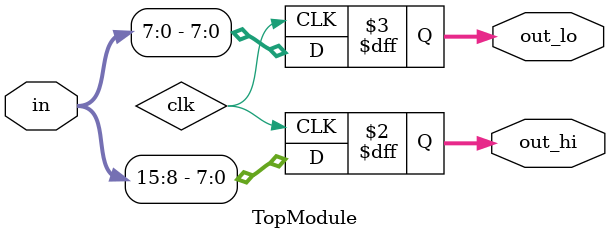
<source format=sv>

module TopModule (
  input [15:0] in,
  output reg [7:0] out_hi,
  output reg [7:0] out_lo
);

always @(posedge clk) begin
  out_hi <= in[15:8];
  out_lo <= in[7:0];
end

endmodule

// VERILOG-EVAL: errant inclusion of module definition

</source>
